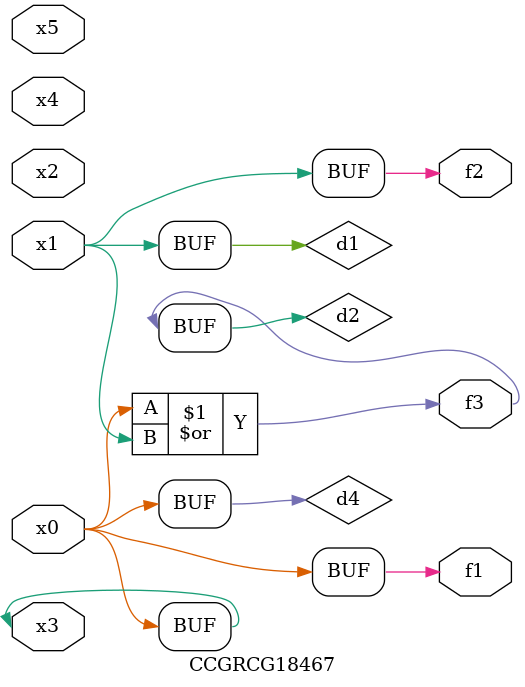
<source format=v>
module CCGRCG18467(
	input x0, x1, x2, x3, x4, x5,
	output f1, f2, f3
);

	wire d1, d2, d3, d4;

	and (d1, x1);
	or (d2, x0, x1);
	nand (d3, x0, x5);
	buf (d4, x0, x3);
	assign f1 = d4;
	assign f2 = d1;
	assign f3 = d2;
endmodule

</source>
